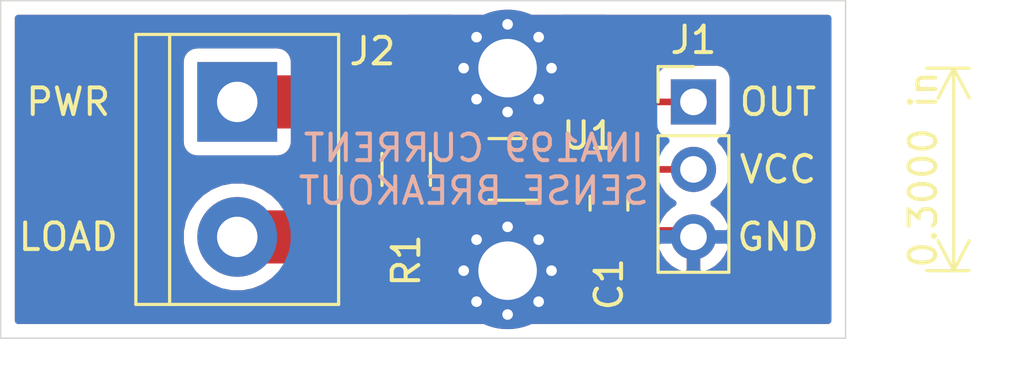
<source format=kicad_pcb>
(kicad_pcb (version 20171130) (host pcbnew 5.1.5)

  (general
    (thickness 1.6)
    (drawings 11)
    (tracks 33)
    (zones 0)
    (modules 7)
    (nets 6)
  )

  (page A4)
  (layers
    (0 F.Cu signal)
    (31 B.Cu signal hide)
    (32 B.Adhes user hide)
    (33 F.Adhes user hide)
    (34 B.Paste user hide)
    (35 F.Paste user)
    (36 B.SilkS user hide)
    (37 F.SilkS user)
    (38 B.Mask user hide)
    (39 F.Mask user)
    (40 Dwgs.User user hide)
    (41 Cmts.User user hide)
    (42 Eco1.User user hide)
    (43 Eco2.User user hide)
    (44 Edge.Cuts user)
    (45 Margin user hide)
    (46 B.CrtYd user hide)
    (47 F.CrtYd user)
    (48 B.Fab user hide)
    (49 F.Fab user)
  )

  (setup
    (last_trace_width 0.25)
    (trace_clearance 0.2)
    (zone_clearance 0.508)
    (zone_45_only no)
    (trace_min 0.2)
    (via_size 0.8)
    (via_drill 0.4)
    (via_min_size 0.4)
    (via_min_drill 0.3)
    (uvia_size 0.3)
    (uvia_drill 0.1)
    (uvias_allowed no)
    (uvia_min_size 0.2)
    (uvia_min_drill 0.1)
    (edge_width 0.05)
    (segment_width 0.2)
    (pcb_text_width 0.3)
    (pcb_text_size 1.5 1.5)
    (mod_edge_width 0.12)
    (mod_text_size 1 1)
    (mod_text_width 0.15)
    (pad_size 1.524 1.524)
    (pad_drill 0.762)
    (pad_to_mask_clearance 0.051)
    (solder_mask_min_width 0.25)
    (aux_axis_origin 0 0)
    (visible_elements FFFFFF7F)
    (pcbplotparams
      (layerselection 0x010fc_ffffffff)
      (usegerberextensions false)
      (usegerberattributes false)
      (usegerberadvancedattributes false)
      (creategerberjobfile false)
      (excludeedgelayer true)
      (linewidth 0.100000)
      (plotframeref false)
      (viasonmask false)
      (mode 1)
      (useauxorigin false)
      (hpglpennumber 1)
      (hpglpenspeed 20)
      (hpglpendiameter 15.000000)
      (psnegative false)
      (psa4output false)
      (plotreference true)
      (plotvalue true)
      (plotinvisibletext false)
      (padsonsilk false)
      (subtractmaskfromsilk false)
      (outputformat 1)
      (mirror false)
      (drillshape 0)
      (scaleselection 1)
      (outputdirectory "cs_ina199_v1.0"))
  )

  (net 0 "")
  (net 1 "Net-(J2-Pad2)")
  (net 2 "Net-(J2-Pad1)")
  (net 3 GND)
  (net 4 VCC)
  (net 5 OUT)

  (net_class Default "Dit is de standaard class."
    (clearance 0.2)
    (trace_width 0.25)
    (via_dia 0.8)
    (via_drill 0.4)
    (uvia_dia 0.3)
    (uvia_drill 0.1)
    (add_net GND)
    (add_net "Net-(J2-Pad1)")
    (add_net "Net-(J2-Pad2)")
    (add_net OUT)
    (add_net VCC)
  )

  (module MountingHole:MountingHole_2.2mm_M2_Pad_Via (layer F.Cu) (tedit 56DDB9C7) (tstamp 5E110993)
    (at 144.78 81.28)
    (descr "Mounting Hole 2.2mm, M2")
    (tags "mounting hole 2.2mm m2")
    (path /5E121357)
    (attr virtual)
    (fp_text reference H2 (at 0 -3.2) (layer F.SilkS) hide
      (effects (font (size 1 1) (thickness 0.15)))
    )
    (fp_text value MountingHole (at 0 3.2) (layer F.Fab)
      (effects (font (size 1 1) (thickness 0.15)))
    )
    (fp_circle (center 0 0) (end 2.45 0) (layer F.CrtYd) (width 0.05))
    (fp_circle (center 0 0) (end 2.2 0) (layer Cmts.User) (width 0.15))
    (fp_text user %R (at 0.3 0) (layer F.Fab)
      (effects (font (size 1 1) (thickness 0.15)))
    )
    (pad 1 thru_hole circle (at 1.166726 -1.166726) (size 0.7 0.7) (drill 0.4) (layers *.Cu *.Mask)
      (net 3 GND))
    (pad 1 thru_hole circle (at 0 -1.65) (size 0.7 0.7) (drill 0.4) (layers *.Cu *.Mask)
      (net 3 GND))
    (pad 1 thru_hole circle (at -1.166726 -1.166726) (size 0.7 0.7) (drill 0.4) (layers *.Cu *.Mask)
      (net 3 GND))
    (pad 1 thru_hole circle (at -1.65 0) (size 0.7 0.7) (drill 0.4) (layers *.Cu *.Mask)
      (net 3 GND))
    (pad 1 thru_hole circle (at -1.166726 1.166726) (size 0.7 0.7) (drill 0.4) (layers *.Cu *.Mask)
      (net 3 GND))
    (pad 1 thru_hole circle (at 0 1.65) (size 0.7 0.7) (drill 0.4) (layers *.Cu *.Mask)
      (net 3 GND))
    (pad 1 thru_hole circle (at 1.166726 1.166726) (size 0.7 0.7) (drill 0.4) (layers *.Cu *.Mask)
      (net 3 GND))
    (pad 1 thru_hole circle (at 1.65 0) (size 0.7 0.7) (drill 0.4) (layers *.Cu *.Mask)
      (net 3 GND))
    (pad 1 thru_hole circle (at 0 0) (size 4.4 4.4) (drill 2.2) (layers *.Cu *.Mask)
      (net 3 GND))
  )

  (module MountingHole:MountingHole_2.2mm_M2_Pad_Via (layer F.Cu) (tedit 56DDB9C7) (tstamp 5E1100C9)
    (at 144.78 88.9)
    (descr "Mounting Hole 2.2mm, M2")
    (tags "mounting hole 2.2mm m2")
    (path /5E11C7AE)
    (attr virtual)
    (fp_text reference H1 (at 0 -3.2) (layer F.SilkS) hide
      (effects (font (size 1 1) (thickness 0.15)))
    )
    (fp_text value MountingHole (at 0 3.2) (layer F.Fab)
      (effects (font (size 1 1) (thickness 0.15)))
    )
    (fp_circle (center 0 0) (end 2.45 0) (layer F.CrtYd) (width 0.05))
    (fp_circle (center 0 0) (end 2.2 0) (layer Cmts.User) (width 0.15))
    (fp_text user %R (at 0.3 0) (layer F.Fab)
      (effects (font (size 1 1) (thickness 0.15)))
    )
    (pad 1 thru_hole circle (at 1.166726 -1.166726) (size 0.7 0.7) (drill 0.4) (layers *.Cu *.Mask)
      (net 3 GND))
    (pad 1 thru_hole circle (at 0 -1.65) (size 0.7 0.7) (drill 0.4) (layers *.Cu *.Mask)
      (net 3 GND))
    (pad 1 thru_hole circle (at -1.166726 -1.166726) (size 0.7 0.7) (drill 0.4) (layers *.Cu *.Mask)
      (net 3 GND))
    (pad 1 thru_hole circle (at -1.65 0) (size 0.7 0.7) (drill 0.4) (layers *.Cu *.Mask)
      (net 3 GND))
    (pad 1 thru_hole circle (at -1.166726 1.166726) (size 0.7 0.7) (drill 0.4) (layers *.Cu *.Mask)
      (net 3 GND))
    (pad 1 thru_hole circle (at 0 1.65) (size 0.7 0.7) (drill 0.4) (layers *.Cu *.Mask)
      (net 3 GND))
    (pad 1 thru_hole circle (at 1.166726 1.166726) (size 0.7 0.7) (drill 0.4) (layers *.Cu *.Mask)
      (net 3 GND))
    (pad 1 thru_hole circle (at 1.65 0) (size 0.7 0.7) (drill 0.4) (layers *.Cu *.Mask)
      (net 3 GND))
    (pad 1 thru_hole circle (at 0 0) (size 4.4 4.4) (drill 2.2) (layers *.Cu *.Mask)
      (net 3 GND))
  )

  (module Capacitor_SMD:C_0805_2012Metric_Pad1.15x1.40mm_HandSolder (layer F.Cu) (tedit 5B36C52B) (tstamp 5E10F74E)
    (at 148.59 86.36 270)
    (descr "Capacitor SMD 0805 (2012 Metric), square (rectangular) end terminal, IPC_7351 nominal with elongated pad for handsoldering. (Body size source: https://docs.google.com/spreadsheets/d/1BsfQQcO9C6DZCsRaXUlFlo91Tg2WpOkGARC1WS5S8t0/edit?usp=sharing), generated with kicad-footprint-generator")
    (tags "capacitor handsolder")
    (path /5E11035A)
    (attr smd)
    (fp_text reference C1 (at 3.048 0 90) (layer F.SilkS)
      (effects (font (size 1 1) (thickness 0.15)))
    )
    (fp_text value C_Small (at 0 1.65 90) (layer F.Fab)
      (effects (font (size 1 1) (thickness 0.15)))
    )
    (fp_text user %R (at 0 0 90) (layer F.Fab)
      (effects (font (size 0.5 0.5) (thickness 0.08)))
    )
    (fp_line (start 1.85 0.95) (end -1.85 0.95) (layer F.CrtYd) (width 0.05))
    (fp_line (start 1.85 -0.95) (end 1.85 0.95) (layer F.CrtYd) (width 0.05))
    (fp_line (start -1.85 -0.95) (end 1.85 -0.95) (layer F.CrtYd) (width 0.05))
    (fp_line (start -1.85 0.95) (end -1.85 -0.95) (layer F.CrtYd) (width 0.05))
    (fp_line (start -0.261252 0.71) (end 0.261252 0.71) (layer F.SilkS) (width 0.12))
    (fp_line (start -0.261252 -0.71) (end 0.261252 -0.71) (layer F.SilkS) (width 0.12))
    (fp_line (start 1 0.6) (end -1 0.6) (layer F.Fab) (width 0.1))
    (fp_line (start 1 -0.6) (end 1 0.6) (layer F.Fab) (width 0.1))
    (fp_line (start -1 -0.6) (end 1 -0.6) (layer F.Fab) (width 0.1))
    (fp_line (start -1 0.6) (end -1 -0.6) (layer F.Fab) (width 0.1))
    (pad 2 smd roundrect (at 1.025 0 270) (size 1.15 1.4) (layers F.Cu F.Paste F.Mask) (roundrect_rratio 0.217391)
      (net 3 GND))
    (pad 1 smd roundrect (at -1.025 0 270) (size 1.15 1.4) (layers F.Cu F.Paste F.Mask) (roundrect_rratio 0.217391)
      (net 4 VCC))
    (model ${KISYS3DMOD}/Capacitor_SMD.3dshapes/C_0805_2012Metric.wrl
      (at (xyz 0 0 0))
      (scale (xyz 1 1 1))
      (rotate (xyz 0 0 0))
    )
  )

  (module Package_TO_SOT_SMD:SOT-363_SC-70-6_Handsoldering (layer F.Cu) (tedit 5A02FF57) (tstamp 5E10F867)
    (at 144.78 85.09 180)
    (descr "SOT-363, SC-70-6, Handsoldering")
    (tags "SOT-363 SC-70-6 Handsoldering")
    (path /5E10AACC)
    (attr smd)
    (fp_text reference U1 (at -3.048 1.27) (layer F.SilkS)
      (effects (font (size 1 1) (thickness 0.15)))
    )
    (fp_text value INA199 (at 0 2 180) (layer F.Fab)
      (effects (font (size 1 1) (thickness 0.15)))
    )
    (fp_line (start -0.175 -1.1) (end -0.675 -0.6) (layer F.Fab) (width 0.1))
    (fp_line (start 0.675 1.1) (end -0.675 1.1) (layer F.Fab) (width 0.1))
    (fp_line (start 0.675 -1.1) (end 0.675 1.1) (layer F.Fab) (width 0.1))
    (fp_line (start -0.675 -0.6) (end -0.675 1.1) (layer F.Fab) (width 0.1))
    (fp_line (start 0.675 -1.1) (end -0.175 -1.1) (layer F.Fab) (width 0.1))
    (fp_line (start -2.4 -1.4) (end 2.4 -1.4) (layer F.CrtYd) (width 0.05))
    (fp_line (start -2.4 -1.4) (end -2.4 1.4) (layer F.CrtYd) (width 0.05))
    (fp_line (start 2.4 1.4) (end 2.4 -1.4) (layer F.CrtYd) (width 0.05))
    (fp_line (start -0.7 1.16) (end 0.7 1.16) (layer F.SilkS) (width 0.12))
    (fp_line (start 0.7 -1.16) (end -1.2 -1.16) (layer F.SilkS) (width 0.12))
    (fp_line (start -2.4 1.4) (end 2.4 1.4) (layer F.CrtYd) (width 0.05))
    (fp_text user %R (at 0 0 90) (layer F.Fab)
      (effects (font (size 0.5 0.5) (thickness 0.075)))
    )
    (pad 6 smd rect (at 1.33 -0.65 180) (size 1.5 0.4) (layers F.Cu F.Paste F.Mask)
      (net 5 OUT))
    (pad 5 smd rect (at 1.33 0 180) (size 1.5 0.4) (layers F.Cu F.Paste F.Mask)
      (net 1 "Net-(J2-Pad2)"))
    (pad 4 smd rect (at 1.33 0.65 180) (size 1.5 0.4) (layers F.Cu F.Paste F.Mask)
      (net 2 "Net-(J2-Pad1)"))
    (pad 3 smd rect (at -1.33 0.65 180) (size 1.5 0.4) (layers F.Cu F.Paste F.Mask)
      (net 4 VCC))
    (pad 2 smd rect (at -1.33 0 180) (size 1.5 0.4) (layers F.Cu F.Paste F.Mask)
      (net 3 GND))
    (pad 1 smd rect (at -1.33 -0.65 180) (size 1.5 0.4) (layers F.Cu F.Paste F.Mask)
      (net 3 GND))
    (model ${KISYS3DMOD}/Package_TO_SOT_SMD.3dshapes/SOT-363_SC-70-6.wrl
      (at (xyz 0 0 0))
      (scale (xyz 1 1 1))
      (rotate (xyz 0 0 0))
    )
  )

  (module Resistor_SMD:R_1206_3216Metric_Pad1.42x1.75mm_HandSolder (layer F.Cu) (tedit 5B301BBD) (tstamp 5E11032D)
    (at 140.97 85.09 270)
    (descr "Resistor SMD 1206 (3216 Metric), square (rectangular) end terminal, IPC_7351 nominal with elongated pad for handsoldering. (Body size source: http://www.tortai-tech.com/upload/download/2011102023233369053.pdf), generated with kicad-footprint-generator")
    (tags "resistor handsolder")
    (path /5E10BC60)
    (attr smd)
    (fp_text reference R1 (at 3.429 0 90) (layer F.SilkS)
      (effects (font (size 1 1) (thickness 0.15)))
    )
    (fp_text value R_Small (at 0 1.82 90) (layer F.Fab)
      (effects (font (size 1 1) (thickness 0.15)))
    )
    (fp_text user %R (at 0 0 90) (layer F.Fab)
      (effects (font (size 0.8 0.8) (thickness 0.12)))
    )
    (fp_line (start 2.45 1.12) (end -2.45 1.12) (layer F.CrtYd) (width 0.05))
    (fp_line (start 2.45 -1.12) (end 2.45 1.12) (layer F.CrtYd) (width 0.05))
    (fp_line (start -2.45 -1.12) (end 2.45 -1.12) (layer F.CrtYd) (width 0.05))
    (fp_line (start -2.45 1.12) (end -2.45 -1.12) (layer F.CrtYd) (width 0.05))
    (fp_line (start -0.602064 0.91) (end 0.602064 0.91) (layer F.SilkS) (width 0.12))
    (fp_line (start -0.602064 -0.91) (end 0.602064 -0.91) (layer F.SilkS) (width 0.12))
    (fp_line (start 1.6 0.8) (end -1.6 0.8) (layer F.Fab) (width 0.1))
    (fp_line (start 1.6 -0.8) (end 1.6 0.8) (layer F.Fab) (width 0.1))
    (fp_line (start -1.6 -0.8) (end 1.6 -0.8) (layer F.Fab) (width 0.1))
    (fp_line (start -1.6 0.8) (end -1.6 -0.8) (layer F.Fab) (width 0.1))
    (pad 2 smd roundrect (at 1.4875 0 270) (size 1.425 1.75) (layers F.Cu F.Paste F.Mask) (roundrect_rratio 0.175439)
      (net 1 "Net-(J2-Pad2)"))
    (pad 1 smd roundrect (at -1.4875 0 270) (size 1.425 1.75) (layers F.Cu F.Paste F.Mask) (roundrect_rratio 0.175439)
      (net 2 "Net-(J2-Pad1)"))
    (model ${KISYS3DMOD}/Resistor_SMD.3dshapes/R_1206_3216Metric.wrl
      (at (xyz 0 0 0))
      (scale (xyz 1 1 1))
      (rotate (xyz 0 0 0))
    )
  )

  (module TerminalBlock:TerminalBlock_bornier-2_P5.08mm (layer F.Cu) (tedit 59FF03AB) (tstamp 5E10F0FC)
    (at 134.62 82.55 270)
    (descr "simple 2-pin terminal block, pitch 5.08mm, revamped version of bornier2")
    (tags "terminal block bornier2")
    (path /5E10DD31)
    (fp_text reference J2 (at -1.905 -5.08 180) (layer F.SilkS)
      (effects (font (size 1 1) (thickness 0.15)))
    )
    (fp_text value Conn_01x02 (at 2.54 5.08 90) (layer F.Fab)
      (effects (font (size 1 1) (thickness 0.15)))
    )
    (fp_line (start 7.79 4) (end -2.71 4) (layer F.CrtYd) (width 0.05))
    (fp_line (start 7.79 4) (end 7.79 -4) (layer F.CrtYd) (width 0.05))
    (fp_line (start -2.71 -4) (end -2.71 4) (layer F.CrtYd) (width 0.05))
    (fp_line (start -2.71 -4) (end 7.79 -4) (layer F.CrtYd) (width 0.05))
    (fp_line (start -2.54 3.81) (end 7.62 3.81) (layer F.SilkS) (width 0.12))
    (fp_line (start -2.54 -3.81) (end -2.54 3.81) (layer F.SilkS) (width 0.12))
    (fp_line (start 7.62 -3.81) (end -2.54 -3.81) (layer F.SilkS) (width 0.12))
    (fp_line (start 7.62 3.81) (end 7.62 -3.81) (layer F.SilkS) (width 0.12))
    (fp_line (start 7.62 2.54) (end -2.54 2.54) (layer F.SilkS) (width 0.12))
    (fp_line (start 7.54 -3.75) (end -2.46 -3.75) (layer F.Fab) (width 0.1))
    (fp_line (start 7.54 3.75) (end 7.54 -3.75) (layer F.Fab) (width 0.1))
    (fp_line (start -2.46 3.75) (end 7.54 3.75) (layer F.Fab) (width 0.1))
    (fp_line (start -2.46 -3.75) (end -2.46 3.75) (layer F.Fab) (width 0.1))
    (fp_line (start -2.41 2.55) (end 7.49 2.55) (layer F.Fab) (width 0.1))
    (fp_text user %R (at 2.54 0 90) (layer F.Fab)
      (effects (font (size 1 1) (thickness 0.15)))
    )
    (pad 2 thru_hole circle (at 5.08 0 270) (size 3 3) (drill 1.52) (layers *.Cu *.Mask)
      (net 1 "Net-(J2-Pad2)"))
    (pad 1 thru_hole rect (at 0 0 270) (size 3 3) (drill 1.52) (layers *.Cu *.Mask)
      (net 2 "Net-(J2-Pad1)"))
    (model ${KISYS3DMOD}/TerminalBlock.3dshapes/TerminalBlock_bornier-2_P5.08mm.wrl
      (offset (xyz 2.539999961853027 0 0))
      (scale (xyz 1 1 1))
      (rotate (xyz 0 0 0))
    )
  )

  (module Connector_PinHeader_2.54mm:PinHeader_1x03_P2.54mm_Vertical (layer F.Cu) (tedit 59FED5CC) (tstamp 5E10F0E7)
    (at 151.765 82.55)
    (descr "Through hole straight pin header, 1x03, 2.54mm pitch, single row")
    (tags "Through hole pin header THT 1x03 2.54mm single row")
    (path /5E10D069)
    (fp_text reference J1 (at 0 -2.33) (layer F.SilkS)
      (effects (font (size 1 1) (thickness 0.15)))
    )
    (fp_text value Conn_01x03 (at 0 7.41) (layer F.Fab)
      (effects (font (size 1 1) (thickness 0.15)))
    )
    (fp_text user %R (at 0 2.54 90) (layer F.Fab)
      (effects (font (size 1 1) (thickness 0.15)))
    )
    (fp_line (start 1.8 -1.8) (end -1.8 -1.8) (layer F.CrtYd) (width 0.05))
    (fp_line (start 1.8 6.85) (end 1.8 -1.8) (layer F.CrtYd) (width 0.05))
    (fp_line (start -1.8 6.85) (end 1.8 6.85) (layer F.CrtYd) (width 0.05))
    (fp_line (start -1.8 -1.8) (end -1.8 6.85) (layer F.CrtYd) (width 0.05))
    (fp_line (start -1.33 -1.33) (end 0 -1.33) (layer F.SilkS) (width 0.12))
    (fp_line (start -1.33 0) (end -1.33 -1.33) (layer F.SilkS) (width 0.12))
    (fp_line (start -1.33 1.27) (end 1.33 1.27) (layer F.SilkS) (width 0.12))
    (fp_line (start 1.33 1.27) (end 1.33 6.41) (layer F.SilkS) (width 0.12))
    (fp_line (start -1.33 1.27) (end -1.33 6.41) (layer F.SilkS) (width 0.12))
    (fp_line (start -1.33 6.41) (end 1.33 6.41) (layer F.SilkS) (width 0.12))
    (fp_line (start -1.27 -0.635) (end -0.635 -1.27) (layer F.Fab) (width 0.1))
    (fp_line (start -1.27 6.35) (end -1.27 -0.635) (layer F.Fab) (width 0.1))
    (fp_line (start 1.27 6.35) (end -1.27 6.35) (layer F.Fab) (width 0.1))
    (fp_line (start 1.27 -1.27) (end 1.27 6.35) (layer F.Fab) (width 0.1))
    (fp_line (start -0.635 -1.27) (end 1.27 -1.27) (layer F.Fab) (width 0.1))
    (pad 3 thru_hole oval (at 0 5.08) (size 1.7 1.7) (drill 1) (layers *.Cu *.Mask)
      (net 3 GND))
    (pad 2 thru_hole oval (at 0 2.54) (size 1.7 1.7) (drill 1) (layers *.Cu *.Mask)
      (net 4 VCC))
    (pad 1 thru_hole rect (at 0 0) (size 1.7 1.7) (drill 1) (layers *.Cu *.Mask)
      (net 5 OUT))
    (model ${KISYS3DMOD}/Connector_PinHeader_2.54mm.3dshapes/PinHeader_1x03_P2.54mm_Vertical.wrl
      (at (xyz 0 0 0))
      (scale (xyz 1 1 1))
      (rotate (xyz 0 0 0))
    )
  )

  (dimension 7.62 (width 0.12) (layer F.SilkS)
    (gr_text "7,620 mm" (at 162.814 85.09 270) (layer F.SilkS)
      (effects (font (size 1 1) (thickness 0.15)))
    )
    (feature1 (pts (xy 160.528 88.9) (xy 162.130421 88.9)))
    (feature2 (pts (xy 160.528 81.28) (xy 162.130421 81.28)))
    (crossbar (pts (xy 161.544 81.28) (xy 161.544 88.9)))
    (arrow1a (pts (xy 161.544 88.9) (xy 160.957579 87.773496)))
    (arrow1b (pts (xy 161.544 88.9) (xy 162.130421 87.773496)))
    (arrow2a (pts (xy 161.544 81.28) (xy 160.957579 82.406504)))
    (arrow2b (pts (xy 161.544 81.28) (xy 162.130421 82.406504)))
  )
  (gr_text "INA199 CURRENT\nSENSE BREAKOUT" (at 143.51 85.09) (layer B.SilkS)
    (effects (font (size 1 1) (thickness 0.15)) (justify mirror))
  )
  (gr_text LOAD (at 128.27 87.63) (layer F.SilkS)
    (effects (font (size 1 1) (thickness 0.15)))
  )
  (gr_text PWR (at 128.27 82.55) (layer F.SilkS)
    (effects (font (size 1 1) (thickness 0.15)))
  )
  (gr_text OUT (at 154.94 82.55) (layer F.SilkS)
    (effects (font (size 1 1) (thickness 0.15)))
  )
  (gr_text VCC (at 154.94 85.09) (layer F.SilkS)
    (effects (font (size 1 1) (thickness 0.15)))
  )
  (gr_text GND (at 154.94 87.63) (layer F.SilkS)
    (effects (font (size 1 1) (thickness 0.15)))
  )
  (gr_line (start 125.73 91.44) (end 125.73 78.74) (layer Edge.Cuts) (width 0.05) (tstamp 5E10F7FD))
  (gr_line (start 157.48 91.44) (end 125.73 91.44) (layer Edge.Cuts) (width 0.05))
  (gr_line (start 157.48 78.74) (end 157.48 91.44) (layer Edge.Cuts) (width 0.05))
  (gr_line (start 125.73 78.74) (end 157.48 78.74) (layer Edge.Cuts) (width 0.05))

  (segment (start 141.1875 86.36) (end 140.97 86.5775) (width 0.25) (layer F.Cu) (net 1))
  (segment (start 140.97 85.865) (end 140.97 86.5775) (width 0.25) (layer F.Cu) (net 1))
  (segment (start 141.745 85.09) (end 140.97 85.865) (width 0.25) (layer F.Cu) (net 1))
  (segment (start 143.45 85.09) (end 141.745 85.09) (width 0.25) (layer F.Cu) (net 1))
  (segment (start 140.97 86.5775) (end 139.4825 86.5775) (width 2) (layer F.Cu) (net 1))
  (segment (start 138.43 87.63) (end 134.62 87.63) (width 2) (layer F.Cu) (net 1))
  (segment (start 139.4825 86.5775) (end 138.43 87.63) (width 2) (layer F.Cu) (net 1))
  (segment (start 140.97 84.315) (end 140.97 83.6025) (width 0.25) (layer F.Cu) (net 2))
  (segment (start 141.095 84.44) (end 140.97 84.315) (width 0.25) (layer F.Cu) (net 2))
  (segment (start 143.45 84.44) (end 141.095 84.44) (width 0.25) (layer F.Cu) (net 2))
  (segment (start 140.97 83.6025) (end 139.4825 83.6025) (width 2) (layer F.Cu) (net 2))
  (segment (start 138.43 82.55) (end 134.62 82.55) (width 2) (layer F.Cu) (net 2))
  (segment (start 139.4825 83.6025) (end 138.43 82.55) (width 2) (layer F.Cu) (net 2))
  (segment (start 146.11 85.09) (end 146.11 85.74) (width 0.25) (layer F.Cu) (net 3))
  (segment (start 147.305 87.385) (end 147.89 87.385) (width 0.25) (layer F.Cu) (net 3))
  (segment (start 147.89 87.385) (end 148.59 87.385) (width 0.25) (layer F.Cu) (net 3))
  (segment (start 146.11 86.19) (end 147.305 87.385) (width 0.25) (layer F.Cu) (net 3))
  (segment (start 146.11 85.74) (end 146.11 86.19) (width 0.25) (layer F.Cu) (net 3))
  (segment (start 151.52 87.385) (end 151.765 87.63) (width 0.25) (layer F.Cu) (net 3))
  (segment (start 148.59 87.385) (end 151.52 87.385) (width 0.25) (layer F.Cu) (net 3))
  (segment (start 148.835 85.09) (end 148.59 85.335) (width 0.25) (layer F.Cu) (net 4))
  (segment (start 151.765 85.09) (end 148.835 85.09) (width 0.25) (layer F.Cu) (net 4))
  (segment (start 147.11 84.44) (end 146.11 84.44) (width 0.25) (layer F.Cu) (net 4))
  (segment (start 148.27 84.44) (end 147.11 84.44) (width 0.25) (layer F.Cu) (net 4))
  (segment (start 148.59 84.76) (end 148.27 84.44) (width 0.25) (layer F.Cu) (net 4))
  (segment (start 148.59 85.335) (end 148.59 84.76) (width 0.25) (layer F.Cu) (net 4))
  (segment (start 145.034999 85.155001) (end 144.45 85.74) (width 0.25) (layer F.Cu) (net 5))
  (segment (start 151.765 82.55) (end 149.004998 82.55) (width 0.25) (layer F.Cu) (net 5))
  (segment (start 149.004998 82.55) (end 147.749997 83.805001) (width 0.25) (layer F.Cu) (net 5))
  (segment (start 144.45 85.74) (end 143.45 85.74) (width 0.25) (layer F.Cu) (net 5))
  (segment (start 147.749997 83.805001) (end 145.209997 83.805001) (width 0.25) (layer F.Cu) (net 5))
  (segment (start 145.209997 83.805001) (end 145.034999 83.979999) (width 0.25) (layer F.Cu) (net 5))
  (segment (start 145.034999 83.979999) (end 145.034999 85.155001) (width 0.25) (layer F.Cu) (net 5))

  (zone (net 3) (net_name GND) (layer F.Cu) (tstamp 5E112A9D) (hatch edge 0.508)
    (connect_pads (clearance 0.508))
    (min_thickness 0.254)
    (fill yes (arc_segments 32) (thermal_gap 0.508) (thermal_bridge_width 0.508))
    (polygon
      (pts
        (xy 157.48 91.44) (xy 125.73 91.44) (xy 125.73 78.74) (xy 157.48 78.74)
      )
    )
    (filled_polygon
      (pts
        (xy 142.790223 79.469831) (xy 142.402982 79.709976) (xy 142.142359 80.203877) (xy 141.983099 80.739133) (xy 141.931322 81.295174)
        (xy 141.989019 81.850632) (xy 142.153972 82.384161) (xy 142.221825 82.511105) (xy 142.088386 82.401595) (xy 142.075691 82.394809)
        (xy 141.882752 82.236469) (xy 141.598715 82.084648) (xy 141.290516 81.991157) (xy 141.050322 81.9675) (xy 140.159738 81.9675)
        (xy 139.642925 81.450687) (xy 139.591714 81.388286) (xy 139.342752 81.183969) (xy 139.058715 81.032148) (xy 138.750516 80.938657)
        (xy 138.510322 80.915) (xy 138.510319 80.915) (xy 138.43 80.907089) (xy 138.349681 80.915) (xy 136.742621 80.915)
        (xy 136.709502 80.80582) (xy 136.650537 80.695506) (xy 136.571185 80.598815) (xy 136.474494 80.519463) (xy 136.36418 80.460498)
        (xy 136.244482 80.424188) (xy 136.12 80.411928) (xy 133.12 80.411928) (xy 132.995518 80.424188) (xy 132.87582 80.460498)
        (xy 132.765506 80.519463) (xy 132.668815 80.598815) (xy 132.589463 80.695506) (xy 132.530498 80.80582) (xy 132.494188 80.925518)
        (xy 132.481928 81.05) (xy 132.481928 84.05) (xy 132.494188 84.174482) (xy 132.530498 84.29418) (xy 132.589463 84.404494)
        (xy 132.668815 84.501185) (xy 132.765506 84.580537) (xy 132.87582 84.639502) (xy 132.995518 84.675812) (xy 133.12 84.688072)
        (xy 136.12 84.688072) (xy 136.244482 84.675812) (xy 136.36418 84.639502) (xy 136.474494 84.580537) (xy 136.571185 84.501185)
        (xy 136.650537 84.404494) (xy 136.709502 84.29418) (xy 136.742621 84.185) (xy 137.752762 84.185) (xy 138.269575 84.701813)
        (xy 138.320786 84.764214) (xy 138.569748 84.968531) (xy 138.797 85.09) (xy 138.569748 85.211469) (xy 138.320786 85.415786)
        (xy 138.269575 85.478187) (xy 137.752762 85.995) (xy 136.004346 85.995) (xy 135.980983 85.971637) (xy 135.631302 85.737988)
        (xy 135.242756 85.577047) (xy 134.830279 85.495) (xy 134.409721 85.495) (xy 133.997244 85.577047) (xy 133.608698 85.737988)
        (xy 133.259017 85.971637) (xy 132.961637 86.269017) (xy 132.727988 86.618698) (xy 132.567047 87.007244) (xy 132.485 87.419721)
        (xy 132.485 87.840279) (xy 132.567047 88.252756) (xy 132.727988 88.641302) (xy 132.961637 88.990983) (xy 133.259017 89.288363)
        (xy 133.608698 89.522012) (xy 133.997244 89.682953) (xy 134.409721 89.765) (xy 134.830279 89.765) (xy 135.242756 89.682953)
        (xy 135.631302 89.522012) (xy 135.980983 89.288363) (xy 136.004346 89.265) (xy 138.349681 89.265) (xy 138.43 89.272911)
        (xy 138.510319 89.265) (xy 138.510322 89.265) (xy 138.750516 89.241343) (xy 139.058715 89.147852) (xy 139.342752 88.996031)
        (xy 139.591714 88.791714) (xy 139.642925 88.729313) (xy 140.159738 88.2125) (xy 141.050322 88.2125) (xy 141.290516 88.188843)
        (xy 141.598715 88.095352) (xy 141.882752 87.943531) (xy 142.075691 87.785191) (xy 142.088386 87.778405) (xy 142.222962 87.667962)
        (xy 142.227642 87.66226) (xy 142.142359 87.823877) (xy 141.983099 88.359133) (xy 141.931322 88.915174) (xy 141.989019 89.470632)
        (xy 142.153972 90.004161) (xy 142.402982 90.470024) (xy 142.790223 90.710169) (xy 142.720392 90.78) (xy 126.39 90.78)
        (xy 126.39 79.4) (xy 142.720392 79.4)
      )
    )
    (filled_polygon
      (pts
        (xy 156.820001 90.78) (xy 146.839608 90.78) (xy 146.769777 90.710169) (xy 147.157018 90.470024) (xy 147.417641 89.976123)
        (xy 147.576901 89.440867) (xy 147.628678 88.884826) (xy 147.590792 88.520088) (xy 147.64582 88.549502) (xy 147.765518 88.585812)
        (xy 147.89 88.598072) (xy 148.30425 88.595) (xy 148.463 88.43625) (xy 148.463 87.512) (xy 148.717 87.512)
        (xy 148.717 88.43625) (xy 148.87575 88.595) (xy 149.29 88.598072) (xy 149.414482 88.585812) (xy 149.53418 88.549502)
        (xy 149.644494 88.490537) (xy 149.741185 88.411185) (xy 149.820537 88.314494) (xy 149.879502 88.20418) (xy 149.915812 88.084482)
        (xy 149.925423 87.98689) (xy 150.323524 87.98689) (xy 150.368175 88.134099) (xy 150.493359 88.39692) (xy 150.667412 88.630269)
        (xy 150.883645 88.825178) (xy 151.133748 88.974157) (xy 151.408109 89.071481) (xy 151.638 88.950814) (xy 151.638 87.757)
        (xy 151.892 87.757) (xy 151.892 88.950814) (xy 152.121891 89.071481) (xy 152.396252 88.974157) (xy 152.646355 88.825178)
        (xy 152.862588 88.630269) (xy 153.036641 88.39692) (xy 153.161825 88.134099) (xy 153.206476 87.98689) (xy 153.085155 87.757)
        (xy 151.892 87.757) (xy 151.638 87.757) (xy 150.444845 87.757) (xy 150.323524 87.98689) (xy 149.925423 87.98689)
        (xy 149.928072 87.96) (xy 149.925 87.67075) (xy 149.76625 87.512) (xy 148.717 87.512) (xy 148.463 87.512)
        (xy 147.41375 87.512) (xy 147.309849 87.615901) (xy 147.157018 87.329976) (xy 146.769775 87.08983) (xy 144.959605 88.9)
        (xy 144.973748 88.914143) (xy 144.794143 89.093748) (xy 144.78 89.079605) (xy 144.765858 89.093748) (xy 144.586253 88.914143)
        (xy 144.600395 88.9) (xy 142.790225 87.08983) (xy 142.437 87.30888) (xy 142.442281 87.291473) (xy 142.487852 87.206215)
        (xy 142.581343 86.898016) (xy 142.612911 86.5775) (xy 142.612115 86.569416) (xy 142.7 86.578072) (xy 143.175812 86.578072)
        (xy 142.96983 86.910225) (xy 144.78 88.720395) (xy 146.59017 86.910225) (xy 146.360296 86.539546) (xy 146.39575 86.575)
        (xy 146.850512 86.578001) (xy 146.975162 86.567593) (xy 147.095387 86.533067) (xy 147.206566 86.47575) (xy 147.304426 86.397844)
        (xy 147.385208 86.302343) (xy 147.441064 86.20148) (xy 147.512038 86.287962) (xy 147.518594 86.293342) (xy 147.438815 86.358815)
        (xy 147.359463 86.455506) (xy 147.300498 86.56582) (xy 147.264188 86.685518) (xy 147.251928 86.81) (xy 147.255 87.09925)
        (xy 147.41375 87.258) (xy 148.463 87.258) (xy 148.463 87.238) (xy 148.717 87.238) (xy 148.717 87.258)
        (xy 149.76625 87.258) (xy 149.925 87.09925) (xy 149.928072 86.81) (xy 149.915812 86.685518) (xy 149.879502 86.56582)
        (xy 149.820537 86.455506) (xy 149.741185 86.358815) (xy 149.661406 86.293342) (xy 149.667962 86.287962) (xy 149.778405 86.153387)
        (xy 149.860472 85.999851) (xy 149.905928 85.85) (xy 150.486822 85.85) (xy 150.611525 86.036632) (xy 150.818368 86.243475)
        (xy 151.000534 86.365195) (xy 150.883645 86.434822) (xy 150.667412 86.629731) (xy 150.493359 86.86308) (xy 150.368175 87.125901)
        (xy 150.323524 87.27311) (xy 150.444845 87.503) (xy 151.638 87.503) (xy 151.638 87.483) (xy 151.892 87.483)
        (xy 151.892 87.503) (xy 153.085155 87.503) (xy 153.206476 87.27311) (xy 153.161825 87.125901) (xy 153.036641 86.86308)
        (xy 152.862588 86.629731) (xy 152.646355 86.434822) (xy 152.529466 86.365195) (xy 152.711632 86.243475) (xy 152.918475 86.036632)
        (xy 153.08099 85.793411) (xy 153.192932 85.523158) (xy 153.25 85.23626) (xy 153.25 84.94374) (xy 153.192932 84.656842)
        (xy 153.08099 84.386589) (xy 152.918475 84.143368) (xy 152.78662 84.011513) (xy 152.85918 83.989502) (xy 152.969494 83.930537)
        (xy 153.066185 83.851185) (xy 153.145537 83.754494) (xy 153.204502 83.64418) (xy 153.240812 83.524482) (xy 153.253072 83.4)
        (xy 153.253072 81.7) (xy 153.240812 81.575518) (xy 153.204502 81.45582) (xy 153.145537 81.345506) (xy 153.066185 81.248815)
        (xy 152.969494 81.169463) (xy 152.85918 81.110498) (xy 152.739482 81.074188) (xy 152.615 81.061928) (xy 150.915 81.061928)
        (xy 150.790518 81.074188) (xy 150.67082 81.110498) (xy 150.560506 81.169463) (xy 150.463815 81.248815) (xy 150.384463 81.345506)
        (xy 150.325498 81.45582) (xy 150.289188 81.575518) (xy 150.276928 81.7) (xy 150.276928 81.79) (xy 149.04232 81.79)
        (xy 149.004997 81.786324) (xy 148.967674 81.79) (xy 148.967665 81.79) (xy 148.856012 81.800997) (xy 148.712751 81.844454)
        (xy 148.580722 81.915026) (xy 148.58072 81.915027) (xy 148.580721 81.915027) (xy 148.493994 81.986201) (xy 148.49399 81.986205)
        (xy 148.464997 82.009999) (xy 148.441203 82.038992) (xy 147.435196 83.045001) (xy 146.842611 83.045001) (xy 147.157018 82.850024)
        (xy 147.417641 82.356123) (xy 147.576901 81.820867) (xy 147.628678 81.264826) (xy 147.570981 80.709368) (xy 147.406028 80.175839)
        (xy 147.157018 79.709976) (xy 146.769777 79.469831) (xy 146.839608 79.4) (xy 156.82 79.4)
      )
    )
    (filled_polygon
      (pts
        (xy 146.336702 86.515952) (xy 146.237002 86.463342) (xy 146.237002 86.416252)
      )
    )
    (filled_polygon
      (pts
        (xy 146.237 85.76625) (xy 146.257 85.78625) (xy 146.257 85.813) (xy 146.237 85.813) (xy 146.237 85.887)
        (xy 145.983 85.887) (xy 145.983 85.813) (xy 145.963 85.813) (xy 145.963 85.78625) (xy 145.983 85.76625)
        (xy 145.983 85.593) (xy 146.237 85.593)
      )
    )
    (filled_polygon
      (pts
        (xy 144.973748 81.265858) (xy 144.959605 81.28) (xy 144.973748 81.294143) (xy 144.794143 81.473748) (xy 144.78 81.459605)
        (xy 142.96983 83.269775) (xy 143.175812 83.601928) (xy 142.7 83.601928) (xy 142.612115 83.610584) (xy 142.612911 83.6025)
        (xy 142.581343 83.281984) (xy 142.487852 82.973785) (xy 142.442281 82.888527) (xy 142.437 82.87112) (xy 142.790225 83.09017)
        (xy 144.600395 81.28) (xy 144.586253 81.265858) (xy 144.765858 81.086253) (xy 144.78 81.100395) (xy 144.794143 81.086253)
      )
    )
  )
  (zone (net 3) (net_name GND) (layer B.Cu) (tstamp 5E112A9A) (hatch edge 0.508)
    (connect_pads (clearance 0.508))
    (min_thickness 0.254)
    (fill yes (arc_segments 32) (thermal_gap 0.508) (thermal_bridge_width 0.508))
    (polygon
      (pts
        (xy 157.48 91.44) (xy 125.73 91.44) (xy 125.73 78.74) (xy 157.48 78.74)
      )
    )
    (filled_polygon
      (pts
        (xy 142.790223 79.469831) (xy 142.402982 79.709976) (xy 142.142359 80.203877) (xy 141.983099 80.739133) (xy 141.931322 81.295174)
        (xy 141.989019 81.850632) (xy 142.153972 82.384161) (xy 142.402982 82.850024) (xy 142.790225 83.09017) (xy 144.600395 81.28)
        (xy 144.586253 81.265858) (xy 144.765858 81.086253) (xy 144.78 81.100395) (xy 144.794143 81.086253) (xy 144.973748 81.265858)
        (xy 144.959605 81.28) (xy 146.769775 83.09017) (xy 147.157018 82.850024) (xy 147.417641 82.356123) (xy 147.576901 81.820867)
        (xy 147.588155 81.7) (xy 150.276928 81.7) (xy 150.276928 83.4) (xy 150.289188 83.524482) (xy 150.325498 83.64418)
        (xy 150.384463 83.754494) (xy 150.463815 83.851185) (xy 150.560506 83.930537) (xy 150.67082 83.989502) (xy 150.74338 84.011513)
        (xy 150.611525 84.143368) (xy 150.44901 84.386589) (xy 150.337068 84.656842) (xy 150.28 84.94374) (xy 150.28 85.23626)
        (xy 150.337068 85.523158) (xy 150.44901 85.793411) (xy 150.611525 86.036632) (xy 150.818368 86.243475) (xy 151.000534 86.365195)
        (xy 150.883645 86.434822) (xy 150.667412 86.629731) (xy 150.493359 86.86308) (xy 150.368175 87.125901) (xy 150.323524 87.27311)
        (xy 150.444845 87.503) (xy 151.638 87.503) (xy 151.638 87.483) (xy 151.892 87.483) (xy 151.892 87.503)
        (xy 153.085155 87.503) (xy 153.206476 87.27311) (xy 153.161825 87.125901) (xy 153.036641 86.86308) (xy 152.862588 86.629731)
        (xy 152.646355 86.434822) (xy 152.529466 86.365195) (xy 152.711632 86.243475) (xy 152.918475 86.036632) (xy 153.08099 85.793411)
        (xy 153.192932 85.523158) (xy 153.25 85.23626) (xy 153.25 84.94374) (xy 153.192932 84.656842) (xy 153.08099 84.386589)
        (xy 152.918475 84.143368) (xy 152.78662 84.011513) (xy 152.85918 83.989502) (xy 152.969494 83.930537) (xy 153.066185 83.851185)
        (xy 153.145537 83.754494) (xy 153.204502 83.64418) (xy 153.240812 83.524482) (xy 153.253072 83.4) (xy 153.253072 81.7)
        (xy 153.240812 81.575518) (xy 153.204502 81.45582) (xy 153.145537 81.345506) (xy 153.066185 81.248815) (xy 152.969494 81.169463)
        (xy 152.85918 81.110498) (xy 152.739482 81.074188) (xy 152.615 81.061928) (xy 150.915 81.061928) (xy 150.790518 81.074188)
        (xy 150.67082 81.110498) (xy 150.560506 81.169463) (xy 150.463815 81.248815) (xy 150.384463 81.345506) (xy 150.325498 81.45582)
        (xy 150.289188 81.575518) (xy 150.276928 81.7) (xy 147.588155 81.7) (xy 147.628678 81.264826) (xy 147.570981 80.709368)
        (xy 147.406028 80.175839) (xy 147.157018 79.709976) (xy 146.769777 79.469831) (xy 146.839608 79.4) (xy 156.82 79.4)
        (xy 156.820001 90.78) (xy 146.839608 90.78) (xy 146.769777 90.710169) (xy 147.157018 90.470024) (xy 147.417641 89.976123)
        (xy 147.576901 89.440867) (xy 147.628678 88.884826) (xy 147.570981 88.329368) (xy 147.465096 87.98689) (xy 150.323524 87.98689)
        (xy 150.368175 88.134099) (xy 150.493359 88.39692) (xy 150.667412 88.630269) (xy 150.883645 88.825178) (xy 151.133748 88.974157)
        (xy 151.408109 89.071481) (xy 151.638 88.950814) (xy 151.638 87.757) (xy 151.892 87.757) (xy 151.892 88.950814)
        (xy 152.121891 89.071481) (xy 152.396252 88.974157) (xy 152.646355 88.825178) (xy 152.862588 88.630269) (xy 153.036641 88.39692)
        (xy 153.161825 88.134099) (xy 153.206476 87.98689) (xy 153.085155 87.757) (xy 151.892 87.757) (xy 151.638 87.757)
        (xy 150.444845 87.757) (xy 150.323524 87.98689) (xy 147.465096 87.98689) (xy 147.406028 87.795839) (xy 147.157018 87.329976)
        (xy 146.769775 87.08983) (xy 144.959605 88.9) (xy 144.973748 88.914143) (xy 144.794143 89.093748) (xy 144.78 89.079605)
        (xy 144.765858 89.093748) (xy 144.586253 88.914143) (xy 144.600395 88.9) (xy 142.790225 87.08983) (xy 142.402982 87.329976)
        (xy 142.142359 87.823877) (xy 141.983099 88.359133) (xy 141.931322 88.915174) (xy 141.989019 89.470632) (xy 142.153972 90.004161)
        (xy 142.402982 90.470024) (xy 142.790223 90.710169) (xy 142.720392 90.78) (xy 126.39 90.78) (xy 126.39 87.419721)
        (xy 132.485 87.419721) (xy 132.485 87.840279) (xy 132.567047 88.252756) (xy 132.727988 88.641302) (xy 132.961637 88.990983)
        (xy 133.259017 89.288363) (xy 133.608698 89.522012) (xy 133.997244 89.682953) (xy 134.409721 89.765) (xy 134.830279 89.765)
        (xy 135.242756 89.682953) (xy 135.631302 89.522012) (xy 135.980983 89.288363) (xy 136.278363 88.990983) (xy 136.512012 88.641302)
        (xy 136.672953 88.252756) (xy 136.755 87.840279) (xy 136.755 87.419721) (xy 136.672953 87.007244) (xy 136.632767 86.910225)
        (xy 142.96983 86.910225) (xy 144.78 88.720395) (xy 146.59017 86.910225) (xy 146.350024 86.522982) (xy 145.856123 86.262359)
        (xy 145.320867 86.103099) (xy 144.764826 86.051322) (xy 144.209368 86.109019) (xy 143.675839 86.273972) (xy 143.209976 86.522982)
        (xy 142.96983 86.910225) (xy 136.632767 86.910225) (xy 136.512012 86.618698) (xy 136.278363 86.269017) (xy 135.980983 85.971637)
        (xy 135.631302 85.737988) (xy 135.242756 85.577047) (xy 134.830279 85.495) (xy 134.409721 85.495) (xy 133.997244 85.577047)
        (xy 133.608698 85.737988) (xy 133.259017 85.971637) (xy 132.961637 86.269017) (xy 132.727988 86.618698) (xy 132.567047 87.007244)
        (xy 132.485 87.419721) (xy 126.39 87.419721) (xy 126.39 81.05) (xy 132.481928 81.05) (xy 132.481928 84.05)
        (xy 132.494188 84.174482) (xy 132.530498 84.29418) (xy 132.589463 84.404494) (xy 132.668815 84.501185) (xy 132.765506 84.580537)
        (xy 132.87582 84.639502) (xy 132.995518 84.675812) (xy 133.12 84.688072) (xy 136.12 84.688072) (xy 136.244482 84.675812)
        (xy 136.36418 84.639502) (xy 136.474494 84.580537) (xy 136.571185 84.501185) (xy 136.650537 84.404494) (xy 136.709502 84.29418)
        (xy 136.745812 84.174482) (xy 136.758072 84.05) (xy 136.758072 83.269775) (xy 142.96983 83.269775) (xy 143.209976 83.657018)
        (xy 143.703877 83.917641) (xy 144.239133 84.076901) (xy 144.795174 84.128678) (xy 145.350632 84.070981) (xy 145.884161 83.906028)
        (xy 146.350024 83.657018) (xy 146.59017 83.269775) (xy 144.78 81.459605) (xy 142.96983 83.269775) (xy 136.758072 83.269775)
        (xy 136.758072 81.05) (xy 136.745812 80.925518) (xy 136.709502 80.80582) (xy 136.650537 80.695506) (xy 136.571185 80.598815)
        (xy 136.474494 80.519463) (xy 136.36418 80.460498) (xy 136.244482 80.424188) (xy 136.12 80.411928) (xy 133.12 80.411928)
        (xy 132.995518 80.424188) (xy 132.87582 80.460498) (xy 132.765506 80.519463) (xy 132.668815 80.598815) (xy 132.589463 80.695506)
        (xy 132.530498 80.80582) (xy 132.494188 80.925518) (xy 132.481928 81.05) (xy 126.39 81.05) (xy 126.39 79.4)
        (xy 142.720392 79.4)
      )
    )
  )
  (zone (net 3) (net_name GND) (layer F.Cu) (tstamp 5E112A97) (hatch edge 0.508)
    (connect_pads yes (clearance 0.508))
    (min_thickness 0.254)
    (fill yes (arc_segments 32) (thermal_gap 0.508) (thermal_bridge_width 0.508))
    (polygon
      (pts
        (xy 148.59 83.82) (xy 140.97 83.82) (xy 140.97 78.74) (xy 148.59 78.74)
      )
    )
    (filled_polygon
      (pts
        (xy 148.463 82.012432) (xy 148.441203 82.038992) (xy 147.435196 83.045001) (xy 145.24733 83.045001) (xy 145.209997 83.041324)
        (xy 145.172664 83.045001) (xy 145.061011 83.055998) (xy 144.91775 83.099455) (xy 144.785721 83.170027) (xy 144.669996 83.265)
        (xy 144.646193 83.294004) (xy 144.524002 83.416195) (xy 144.494998 83.439998) (xy 144.43987 83.507173) (xy 144.400025 83.555723)
        (xy 144.362595 83.625749) (xy 144.324482 83.614188) (xy 144.2 83.601928) (xy 142.7 83.601928) (xy 142.612115 83.610584)
        (xy 142.612911 83.6025) (xy 142.581343 83.281984) (xy 142.487852 82.973785) (xy 142.442281 82.888527) (xy 142.415472 82.80015)
        (xy 142.333405 82.646614) (xy 142.222962 82.512038) (xy 142.088386 82.401595) (xy 142.075691 82.394809) (xy 141.882752 82.236469)
        (xy 141.598715 82.084648) (xy 141.290516 81.991157) (xy 141.097 81.972097) (xy 141.097 79.4) (xy 148.463 79.4)
      )
    )
  )
  (zone (net 3) (net_name GND) (layer F.Cu) (tstamp 5E112A94) (hatch edge 0.508)
    (connect_pads yes (clearance 0.508))
    (min_thickness 0.254)
    (fill yes (arc_segments 32) (thermal_gap 0.508) (thermal_bridge_width 0.508))
    (polygon
      (pts
        (xy 147.574 91.44) (xy 140.97 91.44) (xy 140.97 86.36) (xy 147.574 86.36)
      )
    )
    (filled_polygon
      (pts
        (xy 147.447 90.78) (xy 141.097 90.78) (xy 141.097 88.207903) (xy 141.290516 88.188843) (xy 141.598715 88.095352)
        (xy 141.882752 87.943531) (xy 142.075691 87.785191) (xy 142.088386 87.778405) (xy 142.222962 87.667962) (xy 142.333405 87.533386)
        (xy 142.415472 87.37985) (xy 142.442281 87.291473) (xy 142.487852 87.206215) (xy 142.581343 86.898016) (xy 142.612911 86.5775)
        (xy 142.612115 86.569416) (xy 142.7 86.578072) (xy 144.2 86.578072) (xy 144.324482 86.565812) (xy 144.44418 86.529502)
        (xy 144.502093 86.498546) (xy 144.598986 86.489003) (xy 144.605589 86.487) (xy 147.447 86.487)
      )
    )
  )
  (zone (net 3) (net_name GND) (layer B.Cu) (tstamp 5E112A91) (hatch edge 0.508)
    (connect_pads yes (clearance 0.508))
    (min_thickness 0.254)
    (fill yes (arc_segments 32) (thermal_gap 0.508) (thermal_bridge_width 0.508))
    (polygon
      (pts
        (xy 148.59 91.44) (xy 140.97 91.44) (xy 140.97 78.74) (xy 148.59 78.74)
      )
    )
    (filled_polygon
      (pts
        (xy 148.463 90.78) (xy 141.097 90.78) (xy 141.097 79.4) (xy 148.463 79.4)
      )
    )
  )
)

</source>
